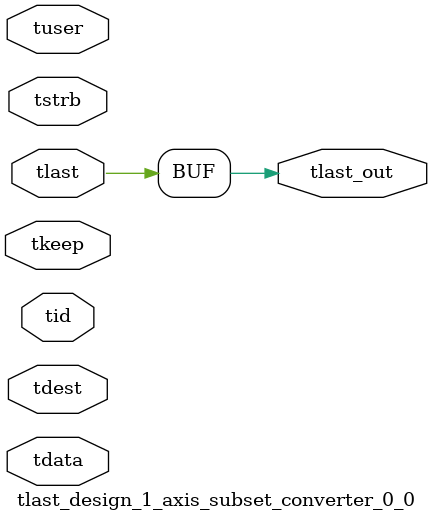
<source format=v>


`timescale 1ps/1ps

module tlast_design_1_axis_subset_converter_0_0 #
(
parameter C_S_AXIS_TID_WIDTH   = 1,
parameter C_S_AXIS_TUSER_WIDTH = 0,
parameter C_S_AXIS_TDATA_WIDTH = 0,
parameter C_S_AXIS_TDEST_WIDTH = 0
)
(
input  [(C_S_AXIS_TID_WIDTH   == 0 ? 1 : C_S_AXIS_TID_WIDTH)-1:0       ] tid,
input  [(C_S_AXIS_TDATA_WIDTH == 0 ? 1 : C_S_AXIS_TDATA_WIDTH)-1:0     ] tdata,
input  [(C_S_AXIS_TUSER_WIDTH == 0 ? 1 : C_S_AXIS_TUSER_WIDTH)-1:0     ] tuser,
input  [(C_S_AXIS_TDEST_WIDTH == 0 ? 1 : C_S_AXIS_TDEST_WIDTH)-1:0     ] tdest,
input  [(C_S_AXIS_TDATA_WIDTH/8)-1:0 ] tkeep,
input  [(C_S_AXIS_TDATA_WIDTH/8)-1:0 ] tstrb,
input  [0:0]                                                             tlast,
output                                                                   tlast_out
);

assign tlast_out = {tlast};

endmodule


</source>
